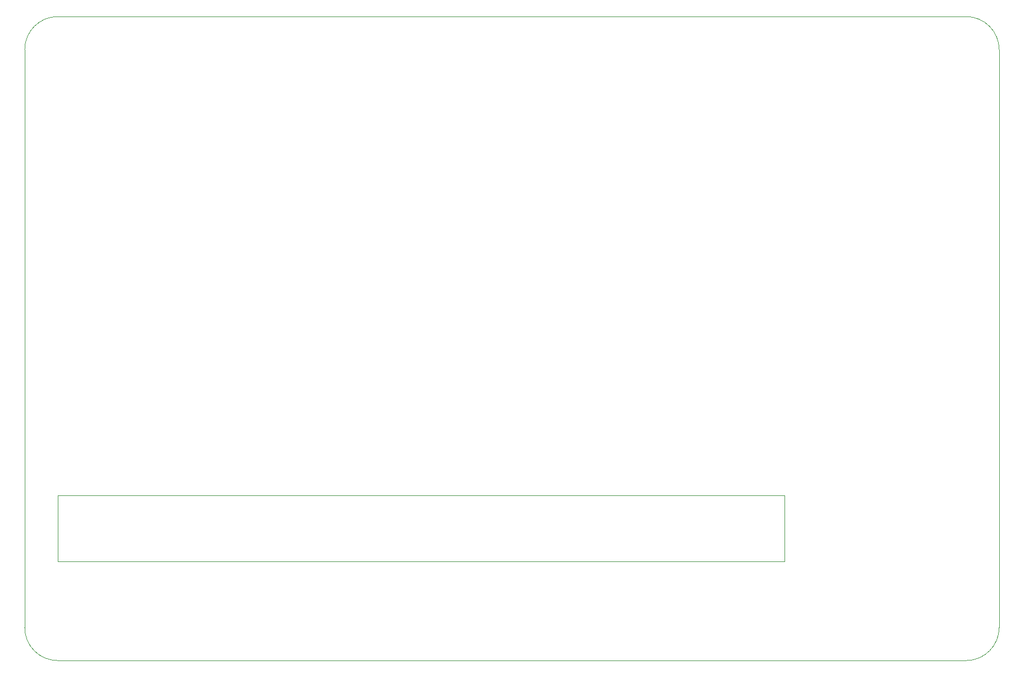
<source format=gbr>
G04 (created by PCBNEW (2013-07-07 BZR 4022)-stable) date Fri 01 Jul 2022 09:03:58 PM CDT*
%MOIN*%
G04 Gerber Fmt 3.4, Leading zero omitted, Abs format*
%FSLAX34Y34*%
G01*
G70*
G90*
G04 APERTURE LIST*
%ADD10C,0.00590551*%
%ADD11C,0.00393701*%
G04 APERTURE END LIST*
G54D10*
G54D11*
X80000Y-57500D02*
X25000Y-57500D01*
X82000Y-20500D02*
X82000Y-55500D01*
X25000Y-18500D02*
X80000Y-18500D01*
X23000Y-55500D02*
X23000Y-20500D01*
X23000Y-55500D02*
G75*
G03X25000Y-57500I2000J0D01*
G74*
G01*
X80000Y-57500D02*
G75*
G03X82000Y-55500I0J2000D01*
G74*
G01*
X82000Y-20500D02*
G75*
G03X80000Y-18500I-2000J0D01*
G74*
G01*
X25000Y-18500D02*
G75*
G03X23000Y-20500I0J-2000D01*
G74*
G01*
X25000Y-51500D02*
X25000Y-47500D01*
X69000Y-51500D02*
X25000Y-51500D01*
X69000Y-47500D02*
X69000Y-51500D01*
X25000Y-47500D02*
X69000Y-47500D01*
M02*

</source>
